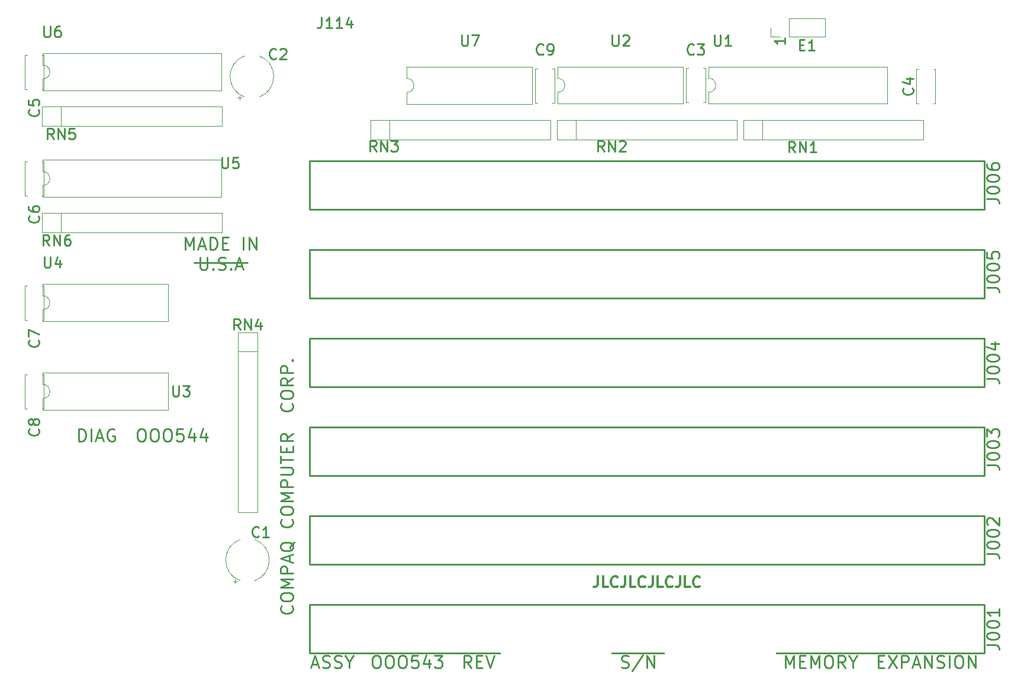
<source format=gto>
%TF.GenerationSoftware,KiCad,Pcbnew,(6.0.7)*%
%TF.CreationDate,2022-10-12T10:44:44-05:00*%
%TF.ProjectId,CompaqPortableIIImemexp,436f6d70-6171-4506-9f72-7461626c6549,rev?*%
%TF.SameCoordinates,Original*%
%TF.FileFunction,Legend,Top*%
%TF.FilePolarity,Positive*%
%FSLAX46Y46*%
G04 Gerber Fmt 4.6, Leading zero omitted, Abs format (unit mm)*
G04 Created by KiCad (PCBNEW (6.0.7)) date 2022-10-12 10:44:44*
%MOMM*%
%LPD*%
G01*
G04 APERTURE LIST*
%ADD10C,0.254000*%
%ADD11C,0.304800*%
%ADD12C,0.120000*%
%ADD13R,1.397000X1.397000*%
%ADD14C,1.397000*%
%ADD15C,0.100000*%
%ADD16C,4.000000*%
%ADD17C,1.600000*%
%ADD18R,1.600000X1.600000*%
%ADD19O,1.600000X1.600000*%
%ADD20C,2.286000*%
%ADD21C,1.524000*%
%ADD22R,1.700000X1.700000*%
%ADD23O,1.700000X1.700000*%
G04 APERTURE END LIST*
D10*
X92075000Y-90170000D02*
X99695000Y-90170000D01*
X106045000Y-110278333D02*
X106129666Y-110363000D01*
X106214333Y-110617000D01*
X106214333Y-110786333D01*
X106129666Y-111040333D01*
X105960333Y-111209666D01*
X105791000Y-111294333D01*
X105452333Y-111379000D01*
X105198333Y-111379000D01*
X104859666Y-111294333D01*
X104690333Y-111209666D01*
X104521000Y-111040333D01*
X104436333Y-110786333D01*
X104436333Y-110617000D01*
X104521000Y-110363000D01*
X104605666Y-110278333D01*
X104436333Y-109177666D02*
X104436333Y-108839000D01*
X104521000Y-108669666D01*
X104690333Y-108500333D01*
X105029000Y-108415666D01*
X105621666Y-108415666D01*
X105960333Y-108500333D01*
X106129666Y-108669666D01*
X106214333Y-108839000D01*
X106214333Y-109177666D01*
X106129666Y-109347000D01*
X105960333Y-109516333D01*
X105621666Y-109601000D01*
X105029000Y-109601000D01*
X104690333Y-109516333D01*
X104521000Y-109347000D01*
X104436333Y-109177666D01*
X106214333Y-106637666D02*
X105367666Y-107230333D01*
X106214333Y-107653666D02*
X104436333Y-107653666D01*
X104436333Y-106976333D01*
X104521000Y-106807000D01*
X104605666Y-106722333D01*
X104775000Y-106637666D01*
X105029000Y-106637666D01*
X105198333Y-106722333D01*
X105283000Y-106807000D01*
X105367666Y-106976333D01*
X105367666Y-107653666D01*
X106214333Y-105875666D02*
X104436333Y-105875666D01*
X104436333Y-105198333D01*
X104521000Y-105029000D01*
X104605666Y-104944333D01*
X104775000Y-104859666D01*
X105029000Y-104859666D01*
X105198333Y-104944333D01*
X105283000Y-105029000D01*
X105367666Y-105198333D01*
X105367666Y-105875666D01*
X106045000Y-104097666D02*
X106129666Y-104013000D01*
X106214333Y-104097666D01*
X106129666Y-104182333D01*
X106045000Y-104097666D01*
X106214333Y-104097666D01*
X84328000Y-113961333D02*
X84666666Y-113961333D01*
X84836000Y-114046000D01*
X85005333Y-114215333D01*
X85090000Y-114554000D01*
X85090000Y-115146666D01*
X85005333Y-115485333D01*
X84836000Y-115654666D01*
X84666666Y-115739333D01*
X84328000Y-115739333D01*
X84158666Y-115654666D01*
X83989333Y-115485333D01*
X83904666Y-115146666D01*
X83904666Y-114554000D01*
X83989333Y-114215333D01*
X84158666Y-114046000D01*
X84328000Y-113961333D01*
X86190666Y-113961333D02*
X86529333Y-113961333D01*
X86698666Y-114046000D01*
X86868000Y-114215333D01*
X86952666Y-114554000D01*
X86952666Y-115146666D01*
X86868000Y-115485333D01*
X86698666Y-115654666D01*
X86529333Y-115739333D01*
X86190666Y-115739333D01*
X86021333Y-115654666D01*
X85852000Y-115485333D01*
X85767333Y-115146666D01*
X85767333Y-114554000D01*
X85852000Y-114215333D01*
X86021333Y-114046000D01*
X86190666Y-113961333D01*
X88053333Y-113961333D02*
X88392000Y-113961333D01*
X88561333Y-114046000D01*
X88730666Y-114215333D01*
X88815333Y-114554000D01*
X88815333Y-115146666D01*
X88730666Y-115485333D01*
X88561333Y-115654666D01*
X88392000Y-115739333D01*
X88053333Y-115739333D01*
X87884000Y-115654666D01*
X87714666Y-115485333D01*
X87630000Y-115146666D01*
X87630000Y-114554000D01*
X87714666Y-114215333D01*
X87884000Y-114046000D01*
X88053333Y-113961333D01*
X90424000Y-113961333D02*
X89577333Y-113961333D01*
X89492666Y-114808000D01*
X89577333Y-114723333D01*
X89746666Y-114638666D01*
X90170000Y-114638666D01*
X90339333Y-114723333D01*
X90424000Y-114808000D01*
X90508666Y-114977333D01*
X90508666Y-115400666D01*
X90424000Y-115570000D01*
X90339333Y-115654666D01*
X90170000Y-115739333D01*
X89746666Y-115739333D01*
X89577333Y-115654666D01*
X89492666Y-115570000D01*
X92032666Y-114554000D02*
X92032666Y-115739333D01*
X91609333Y-113876666D02*
X91186000Y-115146666D01*
X92286666Y-115146666D01*
X93726000Y-114554000D02*
X93726000Y-115739333D01*
X93302666Y-113876666D02*
X92879333Y-115146666D01*
X93980000Y-115146666D01*
X117983000Y-146346333D02*
X118321666Y-146346333D01*
X118491000Y-146431000D01*
X118660333Y-146600333D01*
X118745000Y-146939000D01*
X118745000Y-147531666D01*
X118660333Y-147870333D01*
X118491000Y-148039666D01*
X118321666Y-148124333D01*
X117983000Y-148124333D01*
X117813666Y-148039666D01*
X117644333Y-147870333D01*
X117559666Y-147531666D01*
X117559666Y-146939000D01*
X117644333Y-146600333D01*
X117813666Y-146431000D01*
X117983000Y-146346333D01*
X119845666Y-146346333D02*
X120184333Y-146346333D01*
X120353666Y-146431000D01*
X120523000Y-146600333D01*
X120607666Y-146939000D01*
X120607666Y-147531666D01*
X120523000Y-147870333D01*
X120353666Y-148039666D01*
X120184333Y-148124333D01*
X119845666Y-148124333D01*
X119676333Y-148039666D01*
X119507000Y-147870333D01*
X119422333Y-147531666D01*
X119422333Y-146939000D01*
X119507000Y-146600333D01*
X119676333Y-146431000D01*
X119845666Y-146346333D01*
X121708333Y-146346333D02*
X122047000Y-146346333D01*
X122216333Y-146431000D01*
X122385666Y-146600333D01*
X122470333Y-146939000D01*
X122470333Y-147531666D01*
X122385666Y-147870333D01*
X122216333Y-148039666D01*
X122047000Y-148124333D01*
X121708333Y-148124333D01*
X121539000Y-148039666D01*
X121369666Y-147870333D01*
X121285000Y-147531666D01*
X121285000Y-146939000D01*
X121369666Y-146600333D01*
X121539000Y-146431000D01*
X121708333Y-146346333D01*
X124079000Y-146346333D02*
X123232333Y-146346333D01*
X123147666Y-147193000D01*
X123232333Y-147108333D01*
X123401666Y-147023666D01*
X123825000Y-147023666D01*
X123994333Y-147108333D01*
X124079000Y-147193000D01*
X124163666Y-147362333D01*
X124163666Y-147785666D01*
X124079000Y-147955000D01*
X123994333Y-148039666D01*
X123825000Y-148124333D01*
X123401666Y-148124333D01*
X123232333Y-148039666D01*
X123147666Y-147955000D01*
X125687666Y-146939000D02*
X125687666Y-148124333D01*
X125264333Y-146261666D02*
X124841000Y-147531666D01*
X125941666Y-147531666D01*
X126449666Y-146346333D02*
X127550333Y-146346333D01*
X126957666Y-147023666D01*
X127211666Y-147023666D01*
X127381000Y-147108333D01*
X127465666Y-147193000D01*
X127550333Y-147362333D01*
X127550333Y-147785666D01*
X127465666Y-147955000D01*
X127381000Y-148039666D01*
X127211666Y-148124333D01*
X126703666Y-148124333D01*
X126534333Y-148039666D01*
X126449666Y-147955000D01*
X131699000Y-148124333D02*
X131106333Y-147277666D01*
X130683000Y-148124333D02*
X130683000Y-146346333D01*
X131360333Y-146346333D01*
X131529666Y-146431000D01*
X131614333Y-146515666D01*
X131699000Y-146685000D01*
X131699000Y-146939000D01*
X131614333Y-147108333D01*
X131529666Y-147193000D01*
X131360333Y-147277666D01*
X130683000Y-147277666D01*
X132461000Y-147193000D02*
X133053666Y-147193000D01*
X133307666Y-148124333D02*
X132461000Y-148124333D01*
X132461000Y-146346333D01*
X133307666Y-146346333D01*
X133815666Y-146346333D02*
X134408333Y-148124333D01*
X135001000Y-146346333D01*
X108881333Y-147616333D02*
X109728000Y-147616333D01*
X108712000Y-148124333D02*
X109304666Y-146346333D01*
X109897333Y-148124333D01*
X110405333Y-148039666D02*
X110659333Y-148124333D01*
X111082666Y-148124333D01*
X111252000Y-148039666D01*
X111336666Y-147955000D01*
X111421333Y-147785666D01*
X111421333Y-147616333D01*
X111336666Y-147447000D01*
X111252000Y-147362333D01*
X111082666Y-147277666D01*
X110744000Y-147193000D01*
X110574666Y-147108333D01*
X110490000Y-147023666D01*
X110405333Y-146854333D01*
X110405333Y-146685000D01*
X110490000Y-146515666D01*
X110574666Y-146431000D01*
X110744000Y-146346333D01*
X111167333Y-146346333D01*
X111421333Y-146431000D01*
X112098666Y-148039666D02*
X112352666Y-148124333D01*
X112776000Y-148124333D01*
X112945333Y-148039666D01*
X113030000Y-147955000D01*
X113114666Y-147785666D01*
X113114666Y-147616333D01*
X113030000Y-147447000D01*
X112945333Y-147362333D01*
X112776000Y-147277666D01*
X112437333Y-147193000D01*
X112268000Y-147108333D01*
X112183333Y-147023666D01*
X112098666Y-146854333D01*
X112098666Y-146685000D01*
X112183333Y-146515666D01*
X112268000Y-146431000D01*
X112437333Y-146346333D01*
X112860666Y-146346333D01*
X113114666Y-146431000D01*
X114215333Y-147277666D02*
X114215333Y-148124333D01*
X113622666Y-146346333D02*
X114215333Y-147277666D01*
X114808000Y-146346333D01*
X106045000Y-126873000D02*
X106129666Y-126957666D01*
X106214333Y-127211666D01*
X106214333Y-127381000D01*
X106129666Y-127635000D01*
X105960333Y-127804333D01*
X105791000Y-127889000D01*
X105452333Y-127973666D01*
X105198333Y-127973666D01*
X104859666Y-127889000D01*
X104690333Y-127804333D01*
X104521000Y-127635000D01*
X104436333Y-127381000D01*
X104436333Y-127211666D01*
X104521000Y-126957666D01*
X104605666Y-126873000D01*
X104436333Y-125772333D02*
X104436333Y-125433666D01*
X104521000Y-125264333D01*
X104690333Y-125095000D01*
X105029000Y-125010333D01*
X105621666Y-125010333D01*
X105960333Y-125095000D01*
X106129666Y-125264333D01*
X106214333Y-125433666D01*
X106214333Y-125772333D01*
X106129666Y-125941666D01*
X105960333Y-126111000D01*
X105621666Y-126195666D01*
X105029000Y-126195666D01*
X104690333Y-126111000D01*
X104521000Y-125941666D01*
X104436333Y-125772333D01*
X106214333Y-124248333D02*
X104436333Y-124248333D01*
X105706333Y-123655666D01*
X104436333Y-123063000D01*
X106214333Y-123063000D01*
X106214333Y-122216333D02*
X104436333Y-122216333D01*
X104436333Y-121539000D01*
X104521000Y-121369666D01*
X104605666Y-121285000D01*
X104775000Y-121200333D01*
X105029000Y-121200333D01*
X105198333Y-121285000D01*
X105283000Y-121369666D01*
X105367666Y-121539000D01*
X105367666Y-122216333D01*
X104436333Y-120438333D02*
X105875666Y-120438333D01*
X106045000Y-120353666D01*
X106129666Y-120269000D01*
X106214333Y-120099666D01*
X106214333Y-119761000D01*
X106129666Y-119591666D01*
X106045000Y-119507000D01*
X105875666Y-119422333D01*
X104436333Y-119422333D01*
X104436333Y-118829666D02*
X104436333Y-117813666D01*
X106214333Y-118321666D02*
X104436333Y-118321666D01*
X105283000Y-117221000D02*
X105283000Y-116628333D01*
X106214333Y-116374333D02*
X106214333Y-117221000D01*
X104436333Y-117221000D01*
X104436333Y-116374333D01*
X106214333Y-114596333D02*
X105367666Y-115189000D01*
X106214333Y-115612333D02*
X104436333Y-115612333D01*
X104436333Y-114935000D01*
X104521000Y-114765666D01*
X104605666Y-114681000D01*
X104775000Y-114596333D01*
X105029000Y-114596333D01*
X105198333Y-114681000D01*
X105283000Y-114765666D01*
X105367666Y-114935000D01*
X105367666Y-115612333D01*
X153204333Y-148039666D02*
X153458333Y-148124333D01*
X153881666Y-148124333D01*
X154051000Y-148039666D01*
X154135666Y-147955000D01*
X154220333Y-147785666D01*
X154220333Y-147616333D01*
X154135666Y-147447000D01*
X154051000Y-147362333D01*
X153881666Y-147277666D01*
X153543000Y-147193000D01*
X153373666Y-147108333D01*
X153289000Y-147023666D01*
X153204333Y-146854333D01*
X153204333Y-146685000D01*
X153289000Y-146515666D01*
X153373666Y-146431000D01*
X153543000Y-146346333D01*
X153966333Y-146346333D01*
X154220333Y-146431000D01*
X156252333Y-146261666D02*
X154728333Y-148547666D01*
X156845000Y-148124333D02*
X156845000Y-146346333D01*
X157861000Y-148124333D01*
X157861000Y-146346333D01*
X106045000Y-139234333D02*
X106129666Y-139319000D01*
X106214333Y-139573000D01*
X106214333Y-139742333D01*
X106129666Y-139996333D01*
X105960333Y-140165666D01*
X105791000Y-140250333D01*
X105452333Y-140335000D01*
X105198333Y-140335000D01*
X104859666Y-140250333D01*
X104690333Y-140165666D01*
X104521000Y-139996333D01*
X104436333Y-139742333D01*
X104436333Y-139573000D01*
X104521000Y-139319000D01*
X104605666Y-139234333D01*
X104436333Y-138133666D02*
X104436333Y-137795000D01*
X104521000Y-137625666D01*
X104690333Y-137456333D01*
X105029000Y-137371666D01*
X105621666Y-137371666D01*
X105960333Y-137456333D01*
X106129666Y-137625666D01*
X106214333Y-137795000D01*
X106214333Y-138133666D01*
X106129666Y-138303000D01*
X105960333Y-138472333D01*
X105621666Y-138557000D01*
X105029000Y-138557000D01*
X104690333Y-138472333D01*
X104521000Y-138303000D01*
X104436333Y-138133666D01*
X106214333Y-136609666D02*
X104436333Y-136609666D01*
X105706333Y-136017000D01*
X104436333Y-135424333D01*
X106214333Y-135424333D01*
X106214333Y-134577666D02*
X104436333Y-134577666D01*
X104436333Y-133900333D01*
X104521000Y-133731000D01*
X104605666Y-133646333D01*
X104775000Y-133561666D01*
X105029000Y-133561666D01*
X105198333Y-133646333D01*
X105283000Y-133731000D01*
X105367666Y-133900333D01*
X105367666Y-134577666D01*
X105706333Y-132884333D02*
X105706333Y-132037666D01*
X106214333Y-133053666D02*
X104436333Y-132461000D01*
X106214333Y-131868333D01*
X106383666Y-130090333D02*
X106299000Y-130259666D01*
X106129666Y-130429000D01*
X105875666Y-130683000D01*
X105791000Y-130852333D01*
X105791000Y-131021666D01*
X106214333Y-130937000D02*
X106129666Y-131106333D01*
X105960333Y-131275666D01*
X105621666Y-131360333D01*
X105029000Y-131360333D01*
X104690333Y-131275666D01*
X104521000Y-131106333D01*
X104436333Y-130937000D01*
X104436333Y-130598333D01*
X104521000Y-130429000D01*
X104690333Y-130259666D01*
X105029000Y-130175000D01*
X105621666Y-130175000D01*
X105960333Y-130259666D01*
X106129666Y-130429000D01*
X106214333Y-130598333D01*
X106214333Y-130937000D01*
D11*
X149805571Y-135055428D02*
X149805571Y-136144000D01*
X149733000Y-136361714D01*
X149587857Y-136506857D01*
X149370142Y-136579428D01*
X149225000Y-136579428D01*
X151257000Y-136579428D02*
X150531285Y-136579428D01*
X150531285Y-135055428D01*
X152635857Y-136434285D02*
X152563285Y-136506857D01*
X152345571Y-136579428D01*
X152200428Y-136579428D01*
X151982714Y-136506857D01*
X151837571Y-136361714D01*
X151765000Y-136216571D01*
X151692428Y-135926285D01*
X151692428Y-135708571D01*
X151765000Y-135418285D01*
X151837571Y-135273142D01*
X151982714Y-135128000D01*
X152200428Y-135055428D01*
X152345571Y-135055428D01*
X152563285Y-135128000D01*
X152635857Y-135200571D01*
X153724428Y-135055428D02*
X153724428Y-136144000D01*
X153651857Y-136361714D01*
X153506714Y-136506857D01*
X153289000Y-136579428D01*
X153143857Y-136579428D01*
X155175857Y-136579428D02*
X154450142Y-136579428D01*
X154450142Y-135055428D01*
X156554714Y-136434285D02*
X156482142Y-136506857D01*
X156264428Y-136579428D01*
X156119285Y-136579428D01*
X155901571Y-136506857D01*
X155756428Y-136361714D01*
X155683857Y-136216571D01*
X155611285Y-135926285D01*
X155611285Y-135708571D01*
X155683857Y-135418285D01*
X155756428Y-135273142D01*
X155901571Y-135128000D01*
X156119285Y-135055428D01*
X156264428Y-135055428D01*
X156482142Y-135128000D01*
X156554714Y-135200571D01*
X157643285Y-135055428D02*
X157643285Y-136144000D01*
X157570714Y-136361714D01*
X157425571Y-136506857D01*
X157207857Y-136579428D01*
X157062714Y-136579428D01*
X159094714Y-136579428D02*
X158369000Y-136579428D01*
X158369000Y-135055428D01*
X160473571Y-136434285D02*
X160401000Y-136506857D01*
X160183285Y-136579428D01*
X160038142Y-136579428D01*
X159820428Y-136506857D01*
X159675285Y-136361714D01*
X159602714Y-136216571D01*
X159530142Y-135926285D01*
X159530142Y-135708571D01*
X159602714Y-135418285D01*
X159675285Y-135273142D01*
X159820428Y-135128000D01*
X160038142Y-135055428D01*
X160183285Y-135055428D01*
X160401000Y-135128000D01*
X160473571Y-135200571D01*
X161562142Y-135055428D02*
X161562142Y-136144000D01*
X161489571Y-136361714D01*
X161344428Y-136506857D01*
X161126714Y-136579428D01*
X160981571Y-136579428D01*
X163013571Y-136579428D02*
X162287857Y-136579428D01*
X162287857Y-135055428D01*
X164392428Y-136434285D02*
X164319857Y-136506857D01*
X164102142Y-136579428D01*
X163957000Y-136579428D01*
X163739285Y-136506857D01*
X163594142Y-136361714D01*
X163521571Y-136216571D01*
X163449000Y-135926285D01*
X163449000Y-135708571D01*
X163521571Y-135418285D01*
X163594142Y-135273142D01*
X163739285Y-135128000D01*
X163957000Y-135055428D01*
X164102142Y-135055428D01*
X164319857Y-135128000D01*
X164392428Y-135200571D01*
D10*
X189907333Y-147193000D02*
X190500000Y-147193000D01*
X190754000Y-148124333D02*
X189907333Y-148124333D01*
X189907333Y-146346333D01*
X190754000Y-146346333D01*
X191346666Y-146346333D02*
X192532000Y-148124333D01*
X192532000Y-146346333D02*
X191346666Y-148124333D01*
X193209333Y-148124333D02*
X193209333Y-146346333D01*
X193886666Y-146346333D01*
X194056000Y-146431000D01*
X194140666Y-146515666D01*
X194225333Y-146685000D01*
X194225333Y-146939000D01*
X194140666Y-147108333D01*
X194056000Y-147193000D01*
X193886666Y-147277666D01*
X193209333Y-147277666D01*
X194902666Y-147616333D02*
X195749333Y-147616333D01*
X194733333Y-148124333D02*
X195326000Y-146346333D01*
X195918666Y-148124333D01*
X196511333Y-148124333D02*
X196511333Y-146346333D01*
X197527333Y-148124333D01*
X197527333Y-146346333D01*
X198289333Y-148039666D02*
X198543333Y-148124333D01*
X198966666Y-148124333D01*
X199136000Y-148039666D01*
X199220666Y-147955000D01*
X199305333Y-147785666D01*
X199305333Y-147616333D01*
X199220666Y-147447000D01*
X199136000Y-147362333D01*
X198966666Y-147277666D01*
X198628000Y-147193000D01*
X198458666Y-147108333D01*
X198374000Y-147023666D01*
X198289333Y-146854333D01*
X198289333Y-146685000D01*
X198374000Y-146515666D01*
X198458666Y-146431000D01*
X198628000Y-146346333D01*
X199051333Y-146346333D01*
X199305333Y-146431000D01*
X200067333Y-148124333D02*
X200067333Y-146346333D01*
X201252666Y-146346333D02*
X201591333Y-146346333D01*
X201760666Y-146431000D01*
X201930000Y-146600333D01*
X202014666Y-146939000D01*
X202014666Y-147531666D01*
X201930000Y-147870333D01*
X201760666Y-148039666D01*
X201591333Y-148124333D01*
X201252666Y-148124333D01*
X201083333Y-148039666D01*
X200914000Y-147870333D01*
X200829333Y-147531666D01*
X200829333Y-146939000D01*
X200914000Y-146600333D01*
X201083333Y-146431000D01*
X201252666Y-146346333D01*
X202776666Y-148124333D02*
X202776666Y-146346333D01*
X203792666Y-148124333D01*
X203792666Y-146346333D01*
X75565000Y-115739333D02*
X75565000Y-113961333D01*
X75988333Y-113961333D01*
X76242333Y-114046000D01*
X76411666Y-114215333D01*
X76496333Y-114384666D01*
X76581000Y-114723333D01*
X76581000Y-114977333D01*
X76496333Y-115316000D01*
X76411666Y-115485333D01*
X76242333Y-115654666D01*
X75988333Y-115739333D01*
X75565000Y-115739333D01*
X77343000Y-115739333D02*
X77343000Y-113961333D01*
X78105000Y-115231333D02*
X78951666Y-115231333D01*
X77935666Y-115739333D02*
X78528333Y-113961333D01*
X79121000Y-115739333D01*
X80645000Y-114046000D02*
X80475666Y-113961333D01*
X80221666Y-113961333D01*
X79967666Y-114046000D01*
X79798333Y-114215333D01*
X79713666Y-114384666D01*
X79629000Y-114723333D01*
X79629000Y-114977333D01*
X79713666Y-115316000D01*
X79798333Y-115485333D01*
X79967666Y-115654666D01*
X80221666Y-115739333D01*
X80391000Y-115739333D01*
X80645000Y-115654666D01*
X80729666Y-115570000D01*
X80729666Y-114977333D01*
X80391000Y-114977333D01*
X176584428Y-57984571D02*
X176584428Y-58855428D01*
X176584428Y-58420000D02*
X175060428Y-58420000D01*
X175278142Y-58565142D01*
X175423285Y-58710285D01*
X175495857Y-58855428D01*
X90805000Y-88273043D02*
X90805000Y-86495043D01*
X91397666Y-87765043D01*
X91990333Y-86495043D01*
X91990333Y-88273043D01*
X92752333Y-87765043D02*
X93599000Y-87765043D01*
X92583000Y-88273043D02*
X93175666Y-86495043D01*
X93768333Y-88273043D01*
X94361000Y-88273043D02*
X94361000Y-86495043D01*
X94784333Y-86495043D01*
X95038333Y-86579710D01*
X95207666Y-86749043D01*
X95292333Y-86918376D01*
X95377000Y-87257043D01*
X95377000Y-87511043D01*
X95292333Y-87849710D01*
X95207666Y-88019043D01*
X95038333Y-88188376D01*
X94784333Y-88273043D01*
X94361000Y-88273043D01*
X96139000Y-87341710D02*
X96731666Y-87341710D01*
X96985666Y-88273043D02*
X96139000Y-88273043D01*
X96139000Y-86495043D01*
X96985666Y-86495043D01*
X99102333Y-88273043D02*
X99102333Y-86495043D01*
X99949000Y-88273043D02*
X99949000Y-86495043D01*
X100965000Y-88273043D01*
X100965000Y-86495043D01*
X92921666Y-89357623D02*
X92921666Y-90796956D01*
X93006333Y-90966290D01*
X93091000Y-91050956D01*
X93260333Y-91135623D01*
X93599000Y-91135623D01*
X93768333Y-91050956D01*
X93853000Y-90966290D01*
X93937666Y-90796956D01*
X93937666Y-89357623D01*
X94784333Y-90966290D02*
X94869000Y-91050956D01*
X94784333Y-91135623D01*
X94699666Y-91050956D01*
X94784333Y-90966290D01*
X94784333Y-91135623D01*
X95546333Y-91050956D02*
X95800333Y-91135623D01*
X96223666Y-91135623D01*
X96393000Y-91050956D01*
X96477666Y-90966290D01*
X96562333Y-90796956D01*
X96562333Y-90627623D01*
X96477666Y-90458290D01*
X96393000Y-90373623D01*
X96223666Y-90288956D01*
X95885000Y-90204290D01*
X95715666Y-90119623D01*
X95631000Y-90034956D01*
X95546333Y-89865623D01*
X95546333Y-89696290D01*
X95631000Y-89526956D01*
X95715666Y-89442290D01*
X95885000Y-89357623D01*
X96308333Y-89357623D01*
X96562333Y-89442290D01*
X97324333Y-90966290D02*
X97409000Y-91050956D01*
X97324333Y-91135623D01*
X97239666Y-91050956D01*
X97324333Y-90966290D01*
X97324333Y-91135623D01*
X98086333Y-90627623D02*
X98933000Y-90627623D01*
X97917000Y-91135623D02*
X98509666Y-89357623D01*
X99102333Y-91135623D01*
X176614666Y-148124333D02*
X176614666Y-146346333D01*
X177207333Y-147616333D01*
X177800000Y-146346333D01*
X177800000Y-148124333D01*
X178646666Y-147193000D02*
X179239333Y-147193000D01*
X179493333Y-148124333D02*
X178646666Y-148124333D01*
X178646666Y-146346333D01*
X179493333Y-146346333D01*
X180255333Y-148124333D02*
X180255333Y-146346333D01*
X180848000Y-147616333D01*
X181440666Y-146346333D01*
X181440666Y-148124333D01*
X182626000Y-146346333D02*
X182964666Y-146346333D01*
X183134000Y-146431000D01*
X183303333Y-146600333D01*
X183388000Y-146939000D01*
X183388000Y-147531666D01*
X183303333Y-147870333D01*
X183134000Y-148039666D01*
X182964666Y-148124333D01*
X182626000Y-148124333D01*
X182456666Y-148039666D01*
X182287333Y-147870333D01*
X182202666Y-147531666D01*
X182202666Y-146939000D01*
X182287333Y-146600333D01*
X182456666Y-146431000D01*
X182626000Y-146346333D01*
X185166000Y-148124333D02*
X184573333Y-147277666D01*
X184150000Y-148124333D02*
X184150000Y-146346333D01*
X184827333Y-146346333D01*
X184996666Y-146431000D01*
X185081333Y-146515666D01*
X185166000Y-146685000D01*
X185166000Y-146939000D01*
X185081333Y-147108333D01*
X184996666Y-147193000D01*
X184827333Y-147277666D01*
X184150000Y-147277666D01*
X186266666Y-147277666D02*
X186266666Y-148124333D01*
X185674000Y-146346333D02*
X186266666Y-147277666D01*
X186859333Y-146346333D01*
%TO.C,C9*%
X141986000Y-60234285D02*
X141913428Y-60306857D01*
X141695714Y-60379428D01*
X141550571Y-60379428D01*
X141332857Y-60306857D01*
X141187714Y-60161714D01*
X141115142Y-60016571D01*
X141042571Y-59726285D01*
X141042571Y-59508571D01*
X141115142Y-59218285D01*
X141187714Y-59073142D01*
X141332857Y-58928000D01*
X141550571Y-58855428D01*
X141695714Y-58855428D01*
X141913428Y-58928000D01*
X141986000Y-59000571D01*
X142711714Y-60379428D02*
X143002000Y-60379428D01*
X143147142Y-60306857D01*
X143219714Y-60234285D01*
X143364857Y-60016571D01*
X143437428Y-59726285D01*
X143437428Y-59145714D01*
X143364857Y-59000571D01*
X143292285Y-58928000D01*
X143147142Y-58855428D01*
X142856857Y-58855428D01*
X142711714Y-58928000D01*
X142639142Y-59000571D01*
X142566571Y-59145714D01*
X142566571Y-59508571D01*
X142639142Y-59653714D01*
X142711714Y-59726285D01*
X142856857Y-59798857D01*
X143147142Y-59798857D01*
X143292285Y-59726285D01*
X143364857Y-59653714D01*
X143437428Y-59508571D01*
%TO.C,U6*%
X70593857Y-56315428D02*
X70593857Y-57549142D01*
X70666428Y-57694285D01*
X70739000Y-57766857D01*
X70884142Y-57839428D01*
X71174428Y-57839428D01*
X71319571Y-57766857D01*
X71392142Y-57694285D01*
X71464714Y-57549142D01*
X71464714Y-56315428D01*
X72843571Y-56315428D02*
X72553285Y-56315428D01*
X72408142Y-56388000D01*
X72335571Y-56460571D01*
X72190428Y-56678285D01*
X72117857Y-56968571D01*
X72117857Y-57549142D01*
X72190428Y-57694285D01*
X72263000Y-57766857D01*
X72408142Y-57839428D01*
X72698428Y-57839428D01*
X72843571Y-57766857D01*
X72916142Y-57694285D01*
X72988714Y-57549142D01*
X72988714Y-57186285D01*
X72916142Y-57041142D01*
X72843571Y-56968571D01*
X72698428Y-56896000D01*
X72408142Y-56896000D01*
X72263000Y-56968571D01*
X72190428Y-57041142D01*
X72117857Y-57186285D01*
%TO.C,J114*%
X110257771Y-55045428D02*
X110257771Y-56134000D01*
X110185200Y-56351714D01*
X110040057Y-56496857D01*
X109822342Y-56569428D01*
X109677200Y-56569428D01*
X111781771Y-56569428D02*
X110910914Y-56569428D01*
X111346342Y-56569428D02*
X111346342Y-55045428D01*
X111201200Y-55263142D01*
X111056057Y-55408285D01*
X110910914Y-55480857D01*
X113233200Y-56569428D02*
X112362342Y-56569428D01*
X112797771Y-56569428D02*
X112797771Y-55045428D01*
X112652628Y-55263142D01*
X112507485Y-55408285D01*
X112362342Y-55480857D01*
X114539485Y-55553428D02*
X114539485Y-56569428D01*
X114176628Y-54972857D02*
X113813771Y-56061428D01*
X114757200Y-56061428D01*
%TO.C,C5*%
X69759285Y-68199000D02*
X69831857Y-68271571D01*
X69904428Y-68489285D01*
X69904428Y-68634428D01*
X69831857Y-68852142D01*
X69686714Y-68997285D01*
X69541571Y-69069857D01*
X69251285Y-69142428D01*
X69033571Y-69142428D01*
X68743285Y-69069857D01*
X68598142Y-68997285D01*
X68453000Y-68852142D01*
X68380428Y-68634428D01*
X68380428Y-68489285D01*
X68453000Y-68271571D01*
X68525571Y-68199000D01*
X68380428Y-66820142D02*
X68380428Y-67545857D01*
X69106142Y-67618428D01*
X69033571Y-67545857D01*
X68961000Y-67400714D01*
X68961000Y-67037857D01*
X69033571Y-66892714D01*
X69106142Y-66820142D01*
X69251285Y-66747571D01*
X69614142Y-66747571D01*
X69759285Y-66820142D01*
X69831857Y-66892714D01*
X69904428Y-67037857D01*
X69904428Y-67400714D01*
X69831857Y-67545857D01*
X69759285Y-67618428D01*
%TO.C,C3*%
X163525200Y-60234285D02*
X163452628Y-60306857D01*
X163234914Y-60379428D01*
X163089771Y-60379428D01*
X162872057Y-60306857D01*
X162726914Y-60161714D01*
X162654342Y-60016571D01*
X162581771Y-59726285D01*
X162581771Y-59508571D01*
X162654342Y-59218285D01*
X162726914Y-59073142D01*
X162872057Y-58928000D01*
X163089771Y-58855428D01*
X163234914Y-58855428D01*
X163452628Y-58928000D01*
X163525200Y-59000571D01*
X164033200Y-58855428D02*
X164976628Y-58855428D01*
X164468628Y-59436000D01*
X164686342Y-59436000D01*
X164831485Y-59508571D01*
X164904057Y-59581142D01*
X164976628Y-59726285D01*
X164976628Y-60089142D01*
X164904057Y-60234285D01*
X164831485Y-60306857D01*
X164686342Y-60379428D01*
X164250914Y-60379428D01*
X164105771Y-60306857D01*
X164033200Y-60234285D01*
%TO.C,J006*%
X205401333Y-81026000D02*
X206671333Y-81026000D01*
X206925333Y-81110666D01*
X207094666Y-81280000D01*
X207179333Y-81534000D01*
X207179333Y-81703333D01*
X205401333Y-79840666D02*
X205401333Y-79671333D01*
X205486000Y-79502000D01*
X205570666Y-79417333D01*
X205740000Y-79332666D01*
X206078666Y-79248000D01*
X206502000Y-79248000D01*
X206840666Y-79332666D01*
X207010000Y-79417333D01*
X207094666Y-79502000D01*
X207179333Y-79671333D01*
X207179333Y-79840666D01*
X207094666Y-80010000D01*
X207010000Y-80094666D01*
X206840666Y-80179333D01*
X206502000Y-80264000D01*
X206078666Y-80264000D01*
X205740000Y-80179333D01*
X205570666Y-80094666D01*
X205486000Y-80010000D01*
X205401333Y-79840666D01*
X205401333Y-78147333D02*
X205401333Y-77978000D01*
X205486000Y-77808666D01*
X205570666Y-77724000D01*
X205740000Y-77639333D01*
X206078666Y-77554666D01*
X206502000Y-77554666D01*
X206840666Y-77639333D01*
X207010000Y-77724000D01*
X207094666Y-77808666D01*
X207179333Y-77978000D01*
X207179333Y-78147333D01*
X207094666Y-78316666D01*
X207010000Y-78401333D01*
X206840666Y-78486000D01*
X206502000Y-78570666D01*
X206078666Y-78570666D01*
X205740000Y-78486000D01*
X205570666Y-78401333D01*
X205486000Y-78316666D01*
X205401333Y-78147333D01*
X205401333Y-76030666D02*
X205401333Y-76369333D01*
X205486000Y-76538666D01*
X205570666Y-76623333D01*
X205824666Y-76792666D01*
X206163333Y-76877333D01*
X206840666Y-76877333D01*
X207010000Y-76792666D01*
X207094666Y-76708000D01*
X207179333Y-76538666D01*
X207179333Y-76200000D01*
X207094666Y-76030666D01*
X207010000Y-75946000D01*
X206840666Y-75861333D01*
X206417333Y-75861333D01*
X206248000Y-75946000D01*
X206163333Y-76030666D01*
X206078666Y-76200000D01*
X206078666Y-76538666D01*
X206163333Y-76708000D01*
X206248000Y-76792666D01*
X206417333Y-76877333D01*
%TO.C,U5*%
X96039657Y-75096028D02*
X96039657Y-76329742D01*
X96112228Y-76474885D01*
X96184800Y-76547457D01*
X96329942Y-76620028D01*
X96620228Y-76620028D01*
X96765371Y-76547457D01*
X96837942Y-76474885D01*
X96910514Y-76329742D01*
X96910514Y-75096028D01*
X98361942Y-75096028D02*
X97636228Y-75096028D01*
X97563657Y-75821742D01*
X97636228Y-75749171D01*
X97781371Y-75676600D01*
X98144228Y-75676600D01*
X98289371Y-75749171D01*
X98361942Y-75821742D01*
X98434514Y-75966885D01*
X98434514Y-76329742D01*
X98361942Y-76474885D01*
X98289371Y-76547457D01*
X98144228Y-76620028D01*
X97781371Y-76620028D01*
X97636228Y-76547457D01*
X97563657Y-76474885D01*
%TO.C,C8*%
X69759285Y-113919000D02*
X69831857Y-113991571D01*
X69904428Y-114209285D01*
X69904428Y-114354428D01*
X69831857Y-114572142D01*
X69686714Y-114717285D01*
X69541571Y-114789857D01*
X69251285Y-114862428D01*
X69033571Y-114862428D01*
X68743285Y-114789857D01*
X68598142Y-114717285D01*
X68453000Y-114572142D01*
X68380428Y-114354428D01*
X68380428Y-114209285D01*
X68453000Y-113991571D01*
X68525571Y-113919000D01*
X69033571Y-113048142D02*
X68961000Y-113193285D01*
X68888428Y-113265857D01*
X68743285Y-113338428D01*
X68670714Y-113338428D01*
X68525571Y-113265857D01*
X68453000Y-113193285D01*
X68380428Y-113048142D01*
X68380428Y-112757857D01*
X68453000Y-112612714D01*
X68525571Y-112540142D01*
X68670714Y-112467571D01*
X68743285Y-112467571D01*
X68888428Y-112540142D01*
X68961000Y-112612714D01*
X69033571Y-112757857D01*
X69033571Y-113048142D01*
X69106142Y-113193285D01*
X69178714Y-113265857D01*
X69323857Y-113338428D01*
X69614142Y-113338428D01*
X69759285Y-113265857D01*
X69831857Y-113193285D01*
X69904428Y-113048142D01*
X69904428Y-112757857D01*
X69831857Y-112612714D01*
X69759285Y-112540142D01*
X69614142Y-112467571D01*
X69323857Y-112467571D01*
X69178714Y-112540142D01*
X69106142Y-112612714D01*
X69033571Y-112757857D01*
%TO.C,U4*%
X70639657Y-89335428D02*
X70639657Y-90569142D01*
X70712228Y-90714285D01*
X70784800Y-90786857D01*
X70929942Y-90859428D01*
X71220228Y-90859428D01*
X71365371Y-90786857D01*
X71437942Y-90714285D01*
X71510514Y-90569142D01*
X71510514Y-89335428D01*
X72889371Y-89843428D02*
X72889371Y-90859428D01*
X72526514Y-89262857D02*
X72163657Y-90351428D01*
X73107085Y-90351428D01*
%TO.C,J003*%
X205401333Y-119126000D02*
X206671333Y-119126000D01*
X206925333Y-119210666D01*
X207094666Y-119380000D01*
X207179333Y-119634000D01*
X207179333Y-119803333D01*
X205401333Y-117940666D02*
X205401333Y-117771333D01*
X205486000Y-117602000D01*
X205570666Y-117517333D01*
X205740000Y-117432666D01*
X206078666Y-117348000D01*
X206502000Y-117348000D01*
X206840666Y-117432666D01*
X207010000Y-117517333D01*
X207094666Y-117602000D01*
X207179333Y-117771333D01*
X207179333Y-117940666D01*
X207094666Y-118110000D01*
X207010000Y-118194666D01*
X206840666Y-118279333D01*
X206502000Y-118364000D01*
X206078666Y-118364000D01*
X205740000Y-118279333D01*
X205570666Y-118194666D01*
X205486000Y-118110000D01*
X205401333Y-117940666D01*
X205401333Y-116247333D02*
X205401333Y-116078000D01*
X205486000Y-115908666D01*
X205570666Y-115824000D01*
X205740000Y-115739333D01*
X206078666Y-115654666D01*
X206502000Y-115654666D01*
X206840666Y-115739333D01*
X207010000Y-115824000D01*
X207094666Y-115908666D01*
X207179333Y-116078000D01*
X207179333Y-116247333D01*
X207094666Y-116416666D01*
X207010000Y-116501333D01*
X206840666Y-116586000D01*
X206502000Y-116670666D01*
X206078666Y-116670666D01*
X205740000Y-116586000D01*
X205570666Y-116501333D01*
X205486000Y-116416666D01*
X205401333Y-116247333D01*
X205401333Y-115062000D02*
X205401333Y-113961333D01*
X206078666Y-114554000D01*
X206078666Y-114300000D01*
X206163333Y-114130666D01*
X206248000Y-114046000D01*
X206417333Y-113961333D01*
X206840666Y-113961333D01*
X207010000Y-114046000D01*
X207094666Y-114130666D01*
X207179333Y-114300000D01*
X207179333Y-114808000D01*
X207094666Y-114977333D01*
X207010000Y-115062000D01*
%TO.C,RN4*%
X98642714Y-99749428D02*
X98134714Y-99023714D01*
X97771857Y-99749428D02*
X97771857Y-98225428D01*
X98352428Y-98225428D01*
X98497571Y-98298000D01*
X98570142Y-98370571D01*
X98642714Y-98515714D01*
X98642714Y-98733428D01*
X98570142Y-98878571D01*
X98497571Y-98951142D01*
X98352428Y-99023714D01*
X97771857Y-99023714D01*
X99295857Y-99749428D02*
X99295857Y-98225428D01*
X100166714Y-99749428D01*
X100166714Y-98225428D01*
X101545571Y-98733428D02*
X101545571Y-99749428D01*
X101182714Y-98152857D02*
X100819857Y-99241428D01*
X101763285Y-99241428D01*
%TO.C,J002*%
X205401333Y-131826000D02*
X206671333Y-131826000D01*
X206925333Y-131910666D01*
X207094666Y-132080000D01*
X207179333Y-132334000D01*
X207179333Y-132503333D01*
X205401333Y-130640666D02*
X205401333Y-130471333D01*
X205486000Y-130302000D01*
X205570666Y-130217333D01*
X205740000Y-130132666D01*
X206078666Y-130048000D01*
X206502000Y-130048000D01*
X206840666Y-130132666D01*
X207010000Y-130217333D01*
X207094666Y-130302000D01*
X207179333Y-130471333D01*
X207179333Y-130640666D01*
X207094666Y-130810000D01*
X207010000Y-130894666D01*
X206840666Y-130979333D01*
X206502000Y-131064000D01*
X206078666Y-131064000D01*
X205740000Y-130979333D01*
X205570666Y-130894666D01*
X205486000Y-130810000D01*
X205401333Y-130640666D01*
X205401333Y-128947333D02*
X205401333Y-128778000D01*
X205486000Y-128608666D01*
X205570666Y-128524000D01*
X205740000Y-128439333D01*
X206078666Y-128354666D01*
X206502000Y-128354666D01*
X206840666Y-128439333D01*
X207010000Y-128524000D01*
X207094666Y-128608666D01*
X207179333Y-128778000D01*
X207179333Y-128947333D01*
X207094666Y-129116666D01*
X207010000Y-129201333D01*
X206840666Y-129286000D01*
X206502000Y-129370666D01*
X206078666Y-129370666D01*
X205740000Y-129286000D01*
X205570666Y-129201333D01*
X205486000Y-129116666D01*
X205401333Y-128947333D01*
X205570666Y-127677333D02*
X205486000Y-127592666D01*
X205401333Y-127423333D01*
X205401333Y-127000000D01*
X205486000Y-126830666D01*
X205570666Y-126746000D01*
X205740000Y-126661333D01*
X205909333Y-126661333D01*
X206163333Y-126746000D01*
X207179333Y-127762000D01*
X207179333Y-126661333D01*
%TO.C,U1*%
X166478857Y-57585428D02*
X166478857Y-58819142D01*
X166551428Y-58964285D01*
X166624000Y-59036857D01*
X166769142Y-59109428D01*
X167059428Y-59109428D01*
X167204571Y-59036857D01*
X167277142Y-58964285D01*
X167349714Y-58819142D01*
X167349714Y-57585428D01*
X168873714Y-59109428D02*
X168002857Y-59109428D01*
X168438285Y-59109428D02*
X168438285Y-57585428D01*
X168293142Y-57803142D01*
X168148000Y-57948285D01*
X168002857Y-58020857D01*
%TO.C,RN3*%
X118104114Y-74193393D02*
X117596114Y-73467679D01*
X117233257Y-74193393D02*
X117233257Y-72669393D01*
X117813828Y-72669393D01*
X117958971Y-72741965D01*
X118031542Y-72814536D01*
X118104114Y-72959679D01*
X118104114Y-73177393D01*
X118031542Y-73322536D01*
X117958971Y-73395107D01*
X117813828Y-73467679D01*
X117233257Y-73467679D01*
X118757257Y-74193393D02*
X118757257Y-72669393D01*
X119628114Y-74193393D01*
X119628114Y-72669393D01*
X120208685Y-72669393D02*
X121152114Y-72669393D01*
X120644114Y-73249965D01*
X120861828Y-73249965D01*
X121006971Y-73322536D01*
X121079542Y-73395107D01*
X121152114Y-73540250D01*
X121152114Y-73903107D01*
X121079542Y-74048250D01*
X121006971Y-74120822D01*
X120861828Y-74193393D01*
X120426400Y-74193393D01*
X120281257Y-74120822D01*
X120208685Y-74048250D01*
%TO.C,J005*%
X205401333Y-93726000D02*
X206671333Y-93726000D01*
X206925333Y-93810666D01*
X207094666Y-93980000D01*
X207179333Y-94234000D01*
X207179333Y-94403333D01*
X205401333Y-92540666D02*
X205401333Y-92371333D01*
X205486000Y-92202000D01*
X205570666Y-92117333D01*
X205740000Y-92032666D01*
X206078666Y-91948000D01*
X206502000Y-91948000D01*
X206840666Y-92032666D01*
X207010000Y-92117333D01*
X207094666Y-92202000D01*
X207179333Y-92371333D01*
X207179333Y-92540666D01*
X207094666Y-92710000D01*
X207010000Y-92794666D01*
X206840666Y-92879333D01*
X206502000Y-92964000D01*
X206078666Y-92964000D01*
X205740000Y-92879333D01*
X205570666Y-92794666D01*
X205486000Y-92710000D01*
X205401333Y-92540666D01*
X205401333Y-90847333D02*
X205401333Y-90678000D01*
X205486000Y-90508666D01*
X205570666Y-90424000D01*
X205740000Y-90339333D01*
X206078666Y-90254666D01*
X206502000Y-90254666D01*
X206840666Y-90339333D01*
X207010000Y-90424000D01*
X207094666Y-90508666D01*
X207179333Y-90678000D01*
X207179333Y-90847333D01*
X207094666Y-91016666D01*
X207010000Y-91101333D01*
X206840666Y-91186000D01*
X206502000Y-91270666D01*
X206078666Y-91270666D01*
X205740000Y-91186000D01*
X205570666Y-91101333D01*
X205486000Y-91016666D01*
X205401333Y-90847333D01*
X205401333Y-88646000D02*
X205401333Y-89492666D01*
X206248000Y-89577333D01*
X206163333Y-89492666D01*
X206078666Y-89323333D01*
X206078666Y-88900000D01*
X206163333Y-88730666D01*
X206248000Y-88646000D01*
X206417333Y-88561333D01*
X206840666Y-88561333D01*
X207010000Y-88646000D01*
X207094666Y-88730666D01*
X207179333Y-88900000D01*
X207179333Y-89323333D01*
X207094666Y-89492666D01*
X207010000Y-89577333D01*
%TO.C,C4*%
X194763686Y-65158120D02*
X194836258Y-65230691D01*
X194908829Y-65448405D01*
X194908829Y-65593548D01*
X194836258Y-65811262D01*
X194691115Y-65956405D01*
X194545972Y-66028977D01*
X194255686Y-66101548D01*
X194037972Y-66101548D01*
X193747686Y-66028977D01*
X193602543Y-65956405D01*
X193457401Y-65811262D01*
X193384829Y-65593548D01*
X193384829Y-65448405D01*
X193457401Y-65230691D01*
X193529972Y-65158120D01*
X193892829Y-63851834D02*
X194908829Y-63851834D01*
X193312258Y-64214691D02*
X194400829Y-64577548D01*
X194400829Y-63634120D01*
%TO.C,J001*%
X205401333Y-144843500D02*
X206671333Y-144843500D01*
X206925333Y-144928166D01*
X207094666Y-145097500D01*
X207179333Y-145351500D01*
X207179333Y-145520833D01*
X205401333Y-143658166D02*
X205401333Y-143488833D01*
X205486000Y-143319500D01*
X205570666Y-143234833D01*
X205740000Y-143150166D01*
X206078666Y-143065500D01*
X206502000Y-143065500D01*
X206840666Y-143150166D01*
X207010000Y-143234833D01*
X207094666Y-143319500D01*
X207179333Y-143488833D01*
X207179333Y-143658166D01*
X207094666Y-143827500D01*
X207010000Y-143912166D01*
X206840666Y-143996833D01*
X206502000Y-144081500D01*
X206078666Y-144081500D01*
X205740000Y-143996833D01*
X205570666Y-143912166D01*
X205486000Y-143827500D01*
X205401333Y-143658166D01*
X205401333Y-141964833D02*
X205401333Y-141795500D01*
X205486000Y-141626166D01*
X205570666Y-141541500D01*
X205740000Y-141456833D01*
X206078666Y-141372166D01*
X206502000Y-141372166D01*
X206840666Y-141456833D01*
X207010000Y-141541500D01*
X207094666Y-141626166D01*
X207179333Y-141795500D01*
X207179333Y-141964833D01*
X207094666Y-142134166D01*
X207010000Y-142218833D01*
X206840666Y-142303500D01*
X206502000Y-142388166D01*
X206078666Y-142388166D01*
X205740000Y-142303500D01*
X205570666Y-142218833D01*
X205486000Y-142134166D01*
X205401333Y-141964833D01*
X207179333Y-139678833D02*
X207179333Y-140694833D01*
X207179333Y-140186833D02*
X205401333Y-140186833D01*
X205655333Y-140356166D01*
X205824666Y-140525500D01*
X205909333Y-140694833D01*
%TO.C,C7*%
X69759285Y-101219000D02*
X69831857Y-101291571D01*
X69904428Y-101509285D01*
X69904428Y-101654428D01*
X69831857Y-101872142D01*
X69686714Y-102017285D01*
X69541571Y-102089857D01*
X69251285Y-102162428D01*
X69033571Y-102162428D01*
X68743285Y-102089857D01*
X68598142Y-102017285D01*
X68453000Y-101872142D01*
X68380428Y-101654428D01*
X68380428Y-101509285D01*
X68453000Y-101291571D01*
X68525571Y-101219000D01*
X68380428Y-100711000D02*
X68380428Y-99695000D01*
X69904428Y-100348142D01*
%TO.C,RN1*%
X178017714Y-74349428D02*
X177509714Y-73623714D01*
X177146857Y-74349428D02*
X177146857Y-72825428D01*
X177727428Y-72825428D01*
X177872571Y-72898000D01*
X177945142Y-72970571D01*
X178017714Y-73115714D01*
X178017714Y-73333428D01*
X177945142Y-73478571D01*
X177872571Y-73551142D01*
X177727428Y-73623714D01*
X177146857Y-73623714D01*
X178670857Y-74349428D02*
X178670857Y-72825428D01*
X179541714Y-74349428D01*
X179541714Y-72825428D01*
X181065714Y-74349428D02*
X180194857Y-74349428D01*
X180630285Y-74349428D02*
X180630285Y-72825428D01*
X180485142Y-73043142D01*
X180340000Y-73188285D01*
X180194857Y-73260857D01*
%TO.C,U3*%
X89008857Y-107750428D02*
X89008857Y-108984142D01*
X89081428Y-109129285D01*
X89154000Y-109201857D01*
X89299142Y-109274428D01*
X89589428Y-109274428D01*
X89734571Y-109201857D01*
X89807142Y-109129285D01*
X89879714Y-108984142D01*
X89879714Y-107750428D01*
X90460285Y-107750428D02*
X91403714Y-107750428D01*
X90895714Y-108331000D01*
X91113428Y-108331000D01*
X91258571Y-108403571D01*
X91331142Y-108476142D01*
X91403714Y-108621285D01*
X91403714Y-108984142D01*
X91331142Y-109129285D01*
X91258571Y-109201857D01*
X91113428Y-109274428D01*
X90678000Y-109274428D01*
X90532857Y-109201857D01*
X90460285Y-109129285D01*
%TO.C,J004*%
X205401333Y-106743500D02*
X206671333Y-106743500D01*
X206925333Y-106828166D01*
X207094666Y-106997500D01*
X207179333Y-107251500D01*
X207179333Y-107420833D01*
X205401333Y-105558166D02*
X205401333Y-105388833D01*
X205486000Y-105219500D01*
X205570666Y-105134833D01*
X205740000Y-105050166D01*
X206078666Y-104965500D01*
X206502000Y-104965500D01*
X206840666Y-105050166D01*
X207010000Y-105134833D01*
X207094666Y-105219500D01*
X207179333Y-105388833D01*
X207179333Y-105558166D01*
X207094666Y-105727500D01*
X207010000Y-105812166D01*
X206840666Y-105896833D01*
X206502000Y-105981500D01*
X206078666Y-105981500D01*
X205740000Y-105896833D01*
X205570666Y-105812166D01*
X205486000Y-105727500D01*
X205401333Y-105558166D01*
X205401333Y-103864833D02*
X205401333Y-103695500D01*
X205486000Y-103526166D01*
X205570666Y-103441500D01*
X205740000Y-103356833D01*
X206078666Y-103272166D01*
X206502000Y-103272166D01*
X206840666Y-103356833D01*
X207010000Y-103441500D01*
X207094666Y-103526166D01*
X207179333Y-103695500D01*
X207179333Y-103864833D01*
X207094666Y-104034166D01*
X207010000Y-104118833D01*
X206840666Y-104203500D01*
X206502000Y-104288166D01*
X206078666Y-104288166D01*
X205740000Y-104203500D01*
X205570666Y-104118833D01*
X205486000Y-104034166D01*
X205401333Y-103864833D01*
X205994000Y-101748166D02*
X207179333Y-101748166D01*
X205316666Y-102171500D02*
X206586666Y-102594833D01*
X206586666Y-101494166D01*
%TO.C,U2*%
X151873857Y-57585428D02*
X151873857Y-58819142D01*
X151946428Y-58964285D01*
X152019000Y-59036857D01*
X152164142Y-59109428D01*
X152454428Y-59109428D01*
X152599571Y-59036857D01*
X152672142Y-58964285D01*
X152744714Y-58819142D01*
X152744714Y-57585428D01*
X153397857Y-57730571D02*
X153470428Y-57658000D01*
X153615571Y-57585428D01*
X153978428Y-57585428D01*
X154123571Y-57658000D01*
X154196142Y-57730571D01*
X154268714Y-57875714D01*
X154268714Y-58020857D01*
X154196142Y-58238571D01*
X153325285Y-59109428D01*
X154268714Y-59109428D01*
%TO.C,C2*%
X103784400Y-60880085D02*
X103711828Y-60952657D01*
X103494114Y-61025228D01*
X103348971Y-61025228D01*
X103131257Y-60952657D01*
X102986114Y-60807514D01*
X102913542Y-60662371D01*
X102840971Y-60372085D01*
X102840971Y-60154371D01*
X102913542Y-59864085D01*
X102986114Y-59718942D01*
X103131257Y-59573800D01*
X103348971Y-59501228D01*
X103494114Y-59501228D01*
X103711828Y-59573800D01*
X103784400Y-59646371D01*
X104364971Y-59646371D02*
X104437542Y-59573800D01*
X104582685Y-59501228D01*
X104945542Y-59501228D01*
X105090685Y-59573800D01*
X105163257Y-59646371D01*
X105235828Y-59791514D01*
X105235828Y-59936657D01*
X105163257Y-60154371D01*
X104292400Y-61025228D01*
X105235828Y-61025228D01*
%TO.C,C1*%
X101320600Y-129271485D02*
X101248028Y-129344057D01*
X101030314Y-129416628D01*
X100885171Y-129416628D01*
X100667457Y-129344057D01*
X100522314Y-129198914D01*
X100449742Y-129053771D01*
X100377171Y-128763485D01*
X100377171Y-128545771D01*
X100449742Y-128255485D01*
X100522314Y-128110342D01*
X100667457Y-127965200D01*
X100885171Y-127892628D01*
X101030314Y-127892628D01*
X101248028Y-127965200D01*
X101320600Y-128037771D01*
X102772028Y-129416628D02*
X101901171Y-129416628D01*
X102336600Y-129416628D02*
X102336600Y-127892628D01*
X102191457Y-128110342D01*
X102046314Y-128255485D01*
X101901171Y-128328057D01*
%TO.C,U7*%
X130334657Y-57585428D02*
X130334657Y-58819142D01*
X130407228Y-58964285D01*
X130479800Y-59036857D01*
X130624942Y-59109428D01*
X130915228Y-59109428D01*
X131060371Y-59036857D01*
X131132942Y-58964285D01*
X131205514Y-58819142D01*
X131205514Y-57585428D01*
X131786085Y-57585428D02*
X132802085Y-57585428D01*
X132148942Y-59109428D01*
%TO.C,C6*%
X69759285Y-83439000D02*
X69831857Y-83511571D01*
X69904428Y-83729285D01*
X69904428Y-83874428D01*
X69831857Y-84092142D01*
X69686714Y-84237285D01*
X69541571Y-84309857D01*
X69251285Y-84382428D01*
X69033571Y-84382428D01*
X68743285Y-84309857D01*
X68598142Y-84237285D01*
X68453000Y-84092142D01*
X68380428Y-83874428D01*
X68380428Y-83729285D01*
X68453000Y-83511571D01*
X68525571Y-83439000D01*
X68380428Y-82132714D02*
X68380428Y-82423000D01*
X68453000Y-82568142D01*
X68525571Y-82640714D01*
X68743285Y-82785857D01*
X69033571Y-82858428D01*
X69614142Y-82858428D01*
X69759285Y-82785857D01*
X69831857Y-82713285D01*
X69904428Y-82568142D01*
X69904428Y-82277857D01*
X69831857Y-82132714D01*
X69759285Y-82060142D01*
X69614142Y-81987571D01*
X69251285Y-81987571D01*
X69106142Y-82060142D01*
X69033571Y-82132714D01*
X68961000Y-82277857D01*
X68961000Y-82568142D01*
X69033571Y-82713285D01*
X69106142Y-82785857D01*
X69251285Y-82858428D01*
%TO.C,RN5*%
X71972714Y-72444428D02*
X71464714Y-71718714D01*
X71101857Y-72444428D02*
X71101857Y-70920428D01*
X71682428Y-70920428D01*
X71827571Y-70993000D01*
X71900142Y-71065571D01*
X71972714Y-71210714D01*
X71972714Y-71428428D01*
X71900142Y-71573571D01*
X71827571Y-71646142D01*
X71682428Y-71718714D01*
X71101857Y-71718714D01*
X72625857Y-72444428D02*
X72625857Y-70920428D01*
X73496714Y-72444428D01*
X73496714Y-70920428D01*
X74948142Y-70920428D02*
X74222428Y-70920428D01*
X74149857Y-71646142D01*
X74222428Y-71573571D01*
X74367571Y-71501000D01*
X74730428Y-71501000D01*
X74875571Y-71573571D01*
X74948142Y-71646142D01*
X75020714Y-71791285D01*
X75020714Y-72154142D01*
X74948142Y-72299285D01*
X74875571Y-72371857D01*
X74730428Y-72444428D01*
X74367571Y-72444428D01*
X74222428Y-72371857D01*
X74149857Y-72299285D01*
%TO.C,RN6*%
X71337714Y-87684428D02*
X70829714Y-86958714D01*
X70466857Y-87684428D02*
X70466857Y-86160428D01*
X71047428Y-86160428D01*
X71192571Y-86233000D01*
X71265142Y-86305571D01*
X71337714Y-86450714D01*
X71337714Y-86668428D01*
X71265142Y-86813571D01*
X71192571Y-86886142D01*
X71047428Y-86958714D01*
X70466857Y-86958714D01*
X71990857Y-87684428D02*
X71990857Y-86160428D01*
X72861714Y-87684428D01*
X72861714Y-86160428D01*
X74240571Y-86160428D02*
X73950285Y-86160428D01*
X73805142Y-86233000D01*
X73732571Y-86305571D01*
X73587428Y-86523285D01*
X73514857Y-86813571D01*
X73514857Y-87394142D01*
X73587428Y-87539285D01*
X73660000Y-87611857D01*
X73805142Y-87684428D01*
X74095428Y-87684428D01*
X74240571Y-87611857D01*
X74313142Y-87539285D01*
X74385714Y-87394142D01*
X74385714Y-87031285D01*
X74313142Y-86886142D01*
X74240571Y-86813571D01*
X74095428Y-86741000D01*
X73805142Y-86741000D01*
X73660000Y-86813571D01*
X73587428Y-86886142D01*
X73514857Y-87031285D01*
%TO.C,E1*%
X178652714Y-58946142D02*
X179160714Y-58946142D01*
X179378428Y-59744428D02*
X178652714Y-59744428D01*
X178652714Y-58220428D01*
X179378428Y-58220428D01*
X180829857Y-59744428D02*
X179959000Y-59744428D01*
X180394428Y-59744428D02*
X180394428Y-58220428D01*
X180249285Y-58438142D01*
X180104142Y-58583285D01*
X179959000Y-58655857D01*
%TO.C,RN2*%
X150712714Y-74200588D02*
X150204714Y-73474874D01*
X149841857Y-74200588D02*
X149841857Y-72676588D01*
X150422428Y-72676588D01*
X150567571Y-72749160D01*
X150640142Y-72821731D01*
X150712714Y-72966874D01*
X150712714Y-73184588D01*
X150640142Y-73329731D01*
X150567571Y-73402302D01*
X150422428Y-73474874D01*
X149841857Y-73474874D01*
X151365857Y-74200588D02*
X151365857Y-72676588D01*
X152236714Y-74200588D01*
X152236714Y-72676588D01*
X152889857Y-72821731D02*
X152962428Y-72749160D01*
X153107571Y-72676588D01*
X153470428Y-72676588D01*
X153615571Y-72749160D01*
X153688142Y-72821731D01*
X153760714Y-72966874D01*
X153760714Y-73112017D01*
X153688142Y-73329731D01*
X152817285Y-74200588D01*
X153760714Y-74200588D01*
D12*
%TO.C,C9*%
X143610000Y-67280000D02*
X143610000Y-62340000D01*
X140870000Y-62340000D02*
X141185000Y-62340000D01*
X143295000Y-62340000D02*
X143610000Y-62340000D01*
X143295000Y-67280000D02*
X143610000Y-67280000D01*
X140870000Y-67280000D02*
X140870000Y-62340000D01*
X140870000Y-67280000D02*
X141185000Y-67280000D01*
%TO.C,U6*%
X95950000Y-60205000D02*
X70430000Y-60205000D01*
X70430000Y-65505000D02*
X95950000Y-65505000D01*
X70430000Y-60205000D02*
X70430000Y-61855000D01*
X95950000Y-65505000D02*
X95950000Y-60205000D01*
X70430000Y-63855000D02*
X70430000Y-65505000D01*
X70430000Y-63855000D02*
G75*
G03*
X70430000Y-61855000I0J1000000D01*
G01*
%TO.C,C5*%
X67845000Y-65335000D02*
X68160000Y-65335000D01*
X70270000Y-65335000D02*
X70585000Y-65335000D01*
X70585000Y-65335000D02*
X70585000Y-60395000D01*
X67845000Y-65335000D02*
X67845000Y-60395000D01*
X67845000Y-60395000D02*
X68160000Y-60395000D01*
X70270000Y-60395000D02*
X70585000Y-60395000D01*
%TO.C,C3*%
X162460000Y-67240000D02*
X162460000Y-62300000D01*
X165200000Y-67240000D02*
X165200000Y-62300000D01*
X162460000Y-62300000D02*
X162775000Y-62300000D01*
X162460000Y-67240000D02*
X162775000Y-67240000D01*
X164885000Y-62300000D02*
X165200000Y-62300000D01*
X164885000Y-67240000D02*
X165200000Y-67240000D01*
D10*
%TO.C,J006*%
X205105000Y-82550000D02*
X108585000Y-82550000D01*
X108585000Y-75565000D02*
X205105000Y-75565000D01*
X108585000Y-82550000D02*
X108585000Y-75565000D01*
X205105000Y-75565000D02*
X205105000Y-82550000D01*
D12*
%TO.C,U5*%
X70425000Y-75455000D02*
X70425000Y-77105000D01*
X95945000Y-75455000D02*
X70425000Y-75455000D01*
X70425000Y-80755000D02*
X95945000Y-80755000D01*
X70425000Y-79105000D02*
X70425000Y-80755000D01*
X95945000Y-80755000D02*
X95945000Y-75455000D01*
X70425000Y-79105000D02*
G75*
G03*
X70425000Y-77105000I0J1000000D01*
G01*
%TO.C,C8*%
X70585000Y-111095000D02*
X70585000Y-106155000D01*
X70270000Y-111095000D02*
X70585000Y-111095000D01*
X67845000Y-111095000D02*
X67845000Y-106155000D01*
X67845000Y-106155000D02*
X68160000Y-106155000D01*
X70270000Y-106155000D02*
X70585000Y-106155000D01*
X67845000Y-111095000D02*
X68160000Y-111095000D01*
%TO.C,U4*%
X70420000Y-96875000D02*
X70420000Y-98525000D01*
X70420000Y-98525000D02*
X88320000Y-98525000D01*
X88320000Y-93225000D02*
X70420000Y-93225000D01*
X88320000Y-98525000D02*
X88320000Y-93225000D01*
X70420000Y-93225000D02*
X70420000Y-94875000D01*
X70420000Y-96875000D02*
G75*
G03*
X70420000Y-94875000I0J1000000D01*
G01*
D10*
%TO.C,J003*%
X205105000Y-120650000D02*
X108585000Y-120650000D01*
X108585000Y-113665000D02*
X205105000Y-113665000D01*
X108585000Y-120650000D02*
X108585000Y-113665000D01*
X205105000Y-113665000D02*
X205105000Y-120650000D01*
D12*
%TO.C,RN4*%
X101095000Y-102870000D02*
X98295000Y-102870000D01*
X98295000Y-100160000D02*
X98295000Y-125900000D01*
X101095000Y-100160000D02*
X98295000Y-100160000D01*
X101095000Y-125900000D02*
X101095000Y-100160000D01*
X98295000Y-125900000D02*
X101095000Y-125900000D01*
D10*
%TO.C,J002*%
X108585000Y-126365000D02*
X205105000Y-126365000D01*
X205105000Y-133350000D02*
X108585000Y-133350000D01*
X205105000Y-126365000D02*
X205105000Y-133350000D01*
X108585000Y-133350000D02*
X108585000Y-126365000D01*
D12*
%TO.C,U1*%
X165680000Y-62110000D02*
X165680000Y-63760000D01*
X191200000Y-67410000D02*
X191200000Y-62110000D01*
X165680000Y-67410000D02*
X191200000Y-67410000D01*
X191200000Y-62110000D02*
X165680000Y-62110000D01*
X165680000Y-65760000D02*
X165680000Y-67410000D01*
X165680000Y-65760000D02*
G75*
G03*
X165680000Y-63760000I0J1000000D01*
G01*
%TO.C,RN3*%
X117310000Y-72520000D02*
X143050000Y-72520000D01*
X117310000Y-69720000D02*
X117310000Y-72520000D01*
X143050000Y-72520000D02*
X143050000Y-69720000D01*
X143050000Y-69720000D02*
X117310000Y-69720000D01*
X120020000Y-69720000D02*
X120020000Y-72520000D01*
D10*
%TO.C,J005*%
X108585000Y-95250000D02*
X108585000Y-88265000D01*
X108585000Y-88265000D02*
X205105000Y-88265000D01*
X205105000Y-88265000D02*
X205105000Y-95250000D01*
X205105000Y-95250000D02*
X108585000Y-95250000D01*
D12*
%TO.C,C4*%
X195349401Y-67374120D02*
X195349401Y-62434120D01*
X197774401Y-67374120D02*
X198089401Y-67374120D01*
X197774401Y-62434120D02*
X198089401Y-62434120D01*
X195349401Y-67374120D02*
X195664401Y-67374120D01*
X195349401Y-62434120D02*
X195664401Y-62434120D01*
X198089401Y-67374120D02*
X198089401Y-62434120D01*
D10*
%TO.C,J001*%
X205105000Y-139065000D02*
X205105000Y-146050000D01*
X205105000Y-146050000D02*
X108585000Y-146050000D01*
X108585000Y-139065000D02*
X205105000Y-139065000D01*
X108585000Y-146050000D02*
X108585000Y-139065000D01*
D12*
%TO.C,C7*%
X67845000Y-98355000D02*
X67845000Y-93415000D01*
X70270000Y-93415000D02*
X70585000Y-93415000D01*
X67845000Y-93415000D02*
X68160000Y-93415000D01*
X70585000Y-98355000D02*
X70585000Y-93415000D01*
X70270000Y-98355000D02*
X70585000Y-98355000D01*
X67845000Y-98355000D02*
X68160000Y-98355000D01*
%TO.C,RN1*%
X196390000Y-72520000D02*
X196390000Y-69720000D01*
X170650000Y-72520000D02*
X196390000Y-72520000D01*
X196390000Y-69720000D02*
X170650000Y-69720000D01*
X173360000Y-69720000D02*
X173360000Y-72520000D01*
X170650000Y-69720000D02*
X170650000Y-72520000D01*
%TO.C,U3*%
X88325000Y-111235000D02*
X88325000Y-105935000D01*
X88325000Y-105935000D02*
X70425000Y-105935000D01*
X70425000Y-109585000D02*
X70425000Y-111235000D01*
X70425000Y-105935000D02*
X70425000Y-107585000D01*
X70425000Y-111235000D02*
X88325000Y-111235000D01*
X70425000Y-109585000D02*
G75*
G03*
X70425000Y-107585000I0J1000000D01*
G01*
D10*
%TO.C,J004*%
X205105000Y-100965000D02*
X205105000Y-107950000D01*
X108585000Y-100965000D02*
X205105000Y-100965000D01*
X108585000Y-107950000D02*
X108585000Y-100965000D01*
X205105000Y-107950000D02*
X108585000Y-107950000D01*
D12*
%TO.C,U2*%
X144080000Y-67410000D02*
X161980000Y-67410000D01*
X161980000Y-67410000D02*
X161980000Y-62110000D01*
X161980000Y-62110000D02*
X144080000Y-62110000D01*
X144080000Y-62110000D02*
X144080000Y-63760000D01*
X144080000Y-65760000D02*
X144080000Y-67410000D01*
X144080000Y-65760000D02*
G75*
G03*
X144080000Y-63760000I0J1000000D01*
G01*
%TO.C,C2*%
X98575000Y-66839749D02*
X98575000Y-66239749D01*
X98275000Y-66539749D02*
X98875000Y-66539749D01*
X101390000Y-66434416D02*
G75*
G03*
X101390000Y-60565584I-1059999J2934416D01*
G01*
X99270000Y-60565584D02*
G75*
G03*
X99270000Y-66434416I1059999J-2934416D01*
G01*
%TO.C,C1*%
X97640000Y-135754749D02*
X98240000Y-135754749D01*
X97940000Y-136054749D02*
X97940000Y-135454749D01*
X98635000Y-129780584D02*
G75*
G03*
X98635000Y-135649416I1059999J-2934416D01*
G01*
X100755000Y-135649416D02*
G75*
G03*
X100755000Y-129780584I-1059999J2934416D01*
G01*
%TO.C,U7*%
X122495000Y-67420000D02*
X140395000Y-67420000D01*
X140395000Y-67420000D02*
X140395000Y-62120000D01*
X122495000Y-65770000D02*
X122495000Y-67420000D01*
X122495000Y-62120000D02*
X122495000Y-63770000D01*
X140395000Y-62120000D02*
X122495000Y-62120000D01*
X122495000Y-65770000D02*
G75*
G03*
X122495000Y-63770000I0J1000000D01*
G01*
%TO.C,C6*%
X70270000Y-80575000D02*
X70585000Y-80575000D01*
X67845000Y-80575000D02*
X68160000Y-80575000D01*
X67845000Y-75635000D02*
X68160000Y-75635000D01*
X70270000Y-75635000D02*
X70585000Y-75635000D01*
X70585000Y-80575000D02*
X70585000Y-75635000D01*
X67845000Y-80575000D02*
X67845000Y-75635000D01*
%TO.C,RN5*%
X70320000Y-67815000D02*
X70320000Y-70615000D01*
X70320000Y-70615000D02*
X96060000Y-70615000D01*
X96060000Y-70615000D02*
X96060000Y-67815000D01*
X96060000Y-67815000D02*
X70320000Y-67815000D01*
X73030000Y-67815000D02*
X73030000Y-70615000D01*
%TO.C,RN6*%
X70315000Y-83055000D02*
X70315000Y-85855000D01*
X73025000Y-83055000D02*
X73025000Y-85855000D01*
X70315000Y-85855000D02*
X96055000Y-85855000D01*
X96055000Y-85855000D02*
X96055000Y-83055000D01*
X96055000Y-83055000D02*
X70315000Y-83055000D01*
%TO.C,E1*%
X175895000Y-57845000D02*
X174565000Y-57845000D01*
X177165000Y-55185000D02*
X182305000Y-55185000D01*
X174565000Y-57845000D02*
X174565000Y-56515000D01*
X177165000Y-57845000D02*
X182305000Y-57845000D01*
X177165000Y-57845000D02*
X177165000Y-55185000D01*
X182305000Y-57845000D02*
X182305000Y-55185000D01*
%TO.C,RN2*%
X143980000Y-72520000D02*
X169720000Y-72520000D01*
X169720000Y-72520000D02*
X169720000Y-69720000D01*
X143980000Y-69720000D02*
X143980000Y-72520000D01*
X169720000Y-69720000D02*
X143980000Y-69720000D01*
X146690000Y-69720000D02*
X146690000Y-72520000D01*
%TD*%
D13*
%TO.C,J006*%
X120015000Y-78740000D03*
D14*
X122555000Y-78740000D03*
X125095000Y-78740000D03*
X127635000Y-78740000D03*
X130175000Y-78740000D03*
X132715000Y-78740000D03*
X135255000Y-78740000D03*
X137795000Y-78740000D03*
X140335000Y-78740000D03*
X142875000Y-78740000D03*
X145415000Y-78740000D03*
X147955000Y-78740000D03*
X150495000Y-78740000D03*
X153035000Y-78740000D03*
X155575000Y-78740000D03*
X158115000Y-78740000D03*
X160655000Y-78740000D03*
X163195000Y-78740000D03*
X165735000Y-78740000D03*
X168275000Y-78740000D03*
X170815000Y-78740000D03*
X173355000Y-78740000D03*
X175895000Y-78740000D03*
X178435000Y-78740000D03*
X180975000Y-78740000D03*
X183515000Y-78740000D03*
X186055000Y-78740000D03*
X188595000Y-78740000D03*
X191135000Y-78740000D03*
X193675000Y-78740000D03*
%TD*%
D13*
%TO.C,J003*%
X120015000Y-116840000D03*
D14*
X122555000Y-116840000D03*
X125095000Y-116840000D03*
X127635000Y-116840000D03*
X130175000Y-116840000D03*
X132715000Y-116840000D03*
X135255000Y-116840000D03*
X137795000Y-116840000D03*
X140335000Y-116840000D03*
X142875000Y-116840000D03*
X145415000Y-116840000D03*
X147955000Y-116840000D03*
X150495000Y-116840000D03*
X153035000Y-116840000D03*
X155575000Y-116840000D03*
X158115000Y-116840000D03*
X160655000Y-116840000D03*
X163195000Y-116840000D03*
X165735000Y-116840000D03*
X168275000Y-116840000D03*
X170815000Y-116840000D03*
X173355000Y-116840000D03*
X175895000Y-116840000D03*
X178435000Y-116840000D03*
X180975000Y-116840000D03*
X183515000Y-116840000D03*
X186055000Y-116840000D03*
X188595000Y-116840000D03*
X191135000Y-116840000D03*
X193675000Y-116840000D03*
%TD*%
D13*
%TO.C,J002*%
X120015000Y-129540000D03*
D14*
X122555000Y-129540000D03*
X125095000Y-129540000D03*
X127635000Y-129540000D03*
X130175000Y-129540000D03*
X132715000Y-129540000D03*
X135255000Y-129540000D03*
X137795000Y-129540000D03*
X140335000Y-129540000D03*
X142875000Y-129540000D03*
X145415000Y-129540000D03*
X147955000Y-129540000D03*
X150495000Y-129540000D03*
X153035000Y-129540000D03*
X155575000Y-129540000D03*
X158115000Y-129540000D03*
X160655000Y-129540000D03*
X163195000Y-129540000D03*
X165735000Y-129540000D03*
X168275000Y-129540000D03*
X170815000Y-129540000D03*
X173355000Y-129540000D03*
X175895000Y-129540000D03*
X178435000Y-129540000D03*
X180975000Y-129540000D03*
X183515000Y-129540000D03*
X186055000Y-129540000D03*
X188595000Y-129540000D03*
X191135000Y-129540000D03*
X193675000Y-129540000D03*
%TD*%
D13*
%TO.C,J005*%
X120015000Y-91440000D03*
D14*
X122555000Y-91440000D03*
X125095000Y-91440000D03*
X127635000Y-91440000D03*
X130175000Y-91440000D03*
X132715000Y-91440000D03*
X135255000Y-91440000D03*
X137795000Y-91440000D03*
X140335000Y-91440000D03*
X142875000Y-91440000D03*
X145415000Y-91440000D03*
X147955000Y-91440000D03*
X150495000Y-91440000D03*
X153035000Y-91440000D03*
X155575000Y-91440000D03*
X158115000Y-91440000D03*
X160655000Y-91440000D03*
X163195000Y-91440000D03*
X165735000Y-91440000D03*
X168275000Y-91440000D03*
X170815000Y-91440000D03*
X173355000Y-91440000D03*
X175895000Y-91440000D03*
X178435000Y-91440000D03*
X180975000Y-91440000D03*
X183515000Y-91440000D03*
X186055000Y-91440000D03*
X188595000Y-91440000D03*
X191135000Y-91440000D03*
X193675000Y-91440000D03*
%TD*%
D13*
%TO.C,J001*%
X120015000Y-142240000D03*
D14*
X122555000Y-142240000D03*
X125095000Y-142240000D03*
X127635000Y-142240000D03*
X130175000Y-142240000D03*
X132715000Y-142240000D03*
X135255000Y-142240000D03*
X137795000Y-142240000D03*
X140335000Y-142240000D03*
X142875000Y-142240000D03*
X145415000Y-142240000D03*
X147955000Y-142240000D03*
X150495000Y-142240000D03*
X153035000Y-142240000D03*
X155575000Y-142240000D03*
X158115000Y-142240000D03*
X160655000Y-142240000D03*
X163195000Y-142240000D03*
X165735000Y-142240000D03*
X168275000Y-142240000D03*
X170815000Y-142240000D03*
X173355000Y-142240000D03*
X175895000Y-142240000D03*
X178435000Y-142240000D03*
X180975000Y-142240000D03*
X183515000Y-142240000D03*
X186055000Y-142240000D03*
X188595000Y-142240000D03*
X191135000Y-142240000D03*
X193675000Y-142240000D03*
%TD*%
D13*
%TO.C,J004*%
X120015000Y-104140000D03*
D14*
X122555000Y-104140000D03*
X125095000Y-104140000D03*
X127635000Y-104140000D03*
X130175000Y-104140000D03*
X132715000Y-104140000D03*
X135255000Y-104140000D03*
X137795000Y-104140000D03*
X140335000Y-104140000D03*
X142875000Y-104140000D03*
X145415000Y-104140000D03*
X147955000Y-104140000D03*
X150495000Y-104140000D03*
X153035000Y-104140000D03*
X155575000Y-104140000D03*
X158115000Y-104140000D03*
X160655000Y-104140000D03*
X163195000Y-104140000D03*
X165735000Y-104140000D03*
X168275000Y-104140000D03*
X170815000Y-104140000D03*
X173355000Y-104140000D03*
X175895000Y-104140000D03*
X178435000Y-104140000D03*
X180975000Y-104140000D03*
X183515000Y-104140000D03*
X186055000Y-104140000D03*
X188595000Y-104140000D03*
X191135000Y-104140000D03*
X193675000Y-104140000D03*
%TD*%
%LPC*%
G36*
X135890000Y-143510000D02*
G01*
X151765000Y-143510000D01*
X151765000Y-148590000D01*
X135890000Y-148590000D01*
X135890000Y-143510000D01*
G37*
G36*
X159385000Y-143510000D02*
G01*
X175260000Y-143510000D01*
X175260000Y-148590000D01*
X159385000Y-148590000D01*
X159385000Y-143510000D01*
G37*
%TO.C,J114*%
G36*
X195402200Y-53975000D02*
G01*
X91262200Y-53975000D01*
X91262200Y-44450000D01*
X195402200Y-44450000D01*
X195402200Y-53975000D01*
G37*
D15*
X195402200Y-53975000D02*
X91262200Y-53975000D01*
X91262200Y-44450000D01*
X195402200Y-44450000D01*
X195402200Y-53975000D01*
%TD*%
D16*
%TO.C,H2*%
X203200000Y-64770000D03*
%TD*%
D17*
%TO.C,C9*%
X142240000Y-67310000D03*
X142240000Y-62310000D03*
%TD*%
D18*
%TO.C,U6*%
X71760000Y-66665000D03*
D19*
X74300000Y-66665000D03*
X76840000Y-66665000D03*
X79380000Y-66665000D03*
X81920000Y-66665000D03*
X84460000Y-66665000D03*
X87000000Y-66665000D03*
X89540000Y-66665000D03*
X92080000Y-66665000D03*
X94620000Y-66665000D03*
X94620000Y-59045000D03*
X92080000Y-59045000D03*
X89540000Y-59045000D03*
X87000000Y-59045000D03*
X84460000Y-59045000D03*
X81920000Y-59045000D03*
X79380000Y-59045000D03*
X76840000Y-59045000D03*
X74300000Y-59045000D03*
X71760000Y-59045000D03*
%TD*%
D17*
%TO.C,C5*%
X69215000Y-65365000D03*
X69215000Y-60365000D03*
%TD*%
D16*
%TO.C,H1*%
X99765000Y-142875000D03*
%TD*%
D17*
%TO.C,C3*%
X163830000Y-67270000D03*
X163830000Y-62270000D03*
%TD*%
D20*
%TO.C,J006*%
X203265000Y-78740000D03*
D21*
X110425000Y-78740000D03*
D13*
X120015000Y-78740000D03*
D14*
X122555000Y-78740000D03*
X125095000Y-78740000D03*
X127635000Y-78740000D03*
X130175000Y-78740000D03*
X132715000Y-78740000D03*
X135255000Y-78740000D03*
X137795000Y-78740000D03*
X140335000Y-78740000D03*
X142875000Y-78740000D03*
X145415000Y-78740000D03*
X147955000Y-78740000D03*
X150495000Y-78740000D03*
X153035000Y-78740000D03*
X155575000Y-78740000D03*
X158115000Y-78740000D03*
X160655000Y-78740000D03*
X163195000Y-78740000D03*
X165735000Y-78740000D03*
X168275000Y-78740000D03*
X170815000Y-78740000D03*
X173355000Y-78740000D03*
X175895000Y-78740000D03*
X178435000Y-78740000D03*
X180975000Y-78740000D03*
X183515000Y-78740000D03*
X186055000Y-78740000D03*
X188595000Y-78740000D03*
X191135000Y-78740000D03*
X193675000Y-78740000D03*
%TD*%
D18*
%TO.C,U5*%
X71755000Y-81915000D03*
D19*
X74295000Y-81915000D03*
X76835000Y-81915000D03*
X79375000Y-81915000D03*
X81915000Y-81915000D03*
X84455000Y-81915000D03*
X86995000Y-81915000D03*
X89535000Y-81915000D03*
X92075000Y-81915000D03*
X94615000Y-81915000D03*
X94615000Y-74295000D03*
X92075000Y-74295000D03*
X89535000Y-74295000D03*
X86995000Y-74295000D03*
X84455000Y-74295000D03*
X81915000Y-74295000D03*
X79375000Y-74295000D03*
X76835000Y-74295000D03*
X74295000Y-74295000D03*
X71755000Y-74295000D03*
%TD*%
D17*
%TO.C,C8*%
X69215000Y-111125000D03*
X69215000Y-106125000D03*
%TD*%
D18*
%TO.C,U4*%
X71750000Y-99685000D03*
D19*
X74290000Y-99685000D03*
X76830000Y-99685000D03*
X79370000Y-99685000D03*
X81910000Y-99685000D03*
X84450000Y-99685000D03*
X86990000Y-99685000D03*
X86990000Y-92065000D03*
X84450000Y-92065000D03*
X81910000Y-92065000D03*
X79370000Y-92065000D03*
X76830000Y-92065000D03*
X74290000Y-92065000D03*
X71750000Y-92065000D03*
%TD*%
D20*
%TO.C,J003*%
X203265000Y-116840000D03*
D21*
X110425000Y-116840000D03*
D13*
X120015000Y-116840000D03*
D14*
X122555000Y-116840000D03*
X125095000Y-116840000D03*
X127635000Y-116840000D03*
X130175000Y-116840000D03*
X132715000Y-116840000D03*
X135255000Y-116840000D03*
X137795000Y-116840000D03*
X140335000Y-116840000D03*
X142875000Y-116840000D03*
X145415000Y-116840000D03*
X147955000Y-116840000D03*
X150495000Y-116840000D03*
X153035000Y-116840000D03*
X155575000Y-116840000D03*
X158115000Y-116840000D03*
X160655000Y-116840000D03*
X163195000Y-116840000D03*
X165735000Y-116840000D03*
X168275000Y-116840000D03*
X170815000Y-116840000D03*
X173355000Y-116840000D03*
X175895000Y-116840000D03*
X178435000Y-116840000D03*
X180975000Y-116840000D03*
X183515000Y-116840000D03*
X186055000Y-116840000D03*
X188595000Y-116840000D03*
X191135000Y-116840000D03*
X193675000Y-116840000D03*
%TD*%
D18*
%TO.C,RN4*%
X99695000Y-101600000D03*
D19*
X99695000Y-104140000D03*
X99695000Y-106680000D03*
X99695000Y-109220000D03*
X99695000Y-111760000D03*
X99695000Y-114300000D03*
X99695000Y-116840000D03*
X99695000Y-119380000D03*
X99695000Y-121920000D03*
X99695000Y-124460000D03*
%TD*%
D21*
%TO.C,J002*%
X110425000Y-129540000D03*
D20*
X203265000Y-129540000D03*
D13*
X120015000Y-129540000D03*
D14*
X122555000Y-129540000D03*
X125095000Y-129540000D03*
X127635000Y-129540000D03*
X130175000Y-129540000D03*
X132715000Y-129540000D03*
X135255000Y-129540000D03*
X137795000Y-129540000D03*
X140335000Y-129540000D03*
X142875000Y-129540000D03*
X145415000Y-129540000D03*
X147955000Y-129540000D03*
X150495000Y-129540000D03*
X153035000Y-129540000D03*
X155575000Y-129540000D03*
X158115000Y-129540000D03*
X160655000Y-129540000D03*
X163195000Y-129540000D03*
X165735000Y-129540000D03*
X168275000Y-129540000D03*
X170815000Y-129540000D03*
X173355000Y-129540000D03*
X175895000Y-129540000D03*
X178435000Y-129540000D03*
X180975000Y-129540000D03*
X183515000Y-129540000D03*
X186055000Y-129540000D03*
X188595000Y-129540000D03*
X191135000Y-129540000D03*
X193675000Y-129540000D03*
%TD*%
D18*
%TO.C,U1*%
X167010000Y-68570000D03*
D19*
X169550000Y-68570000D03*
X172090000Y-68570000D03*
X174630000Y-68570000D03*
X177170000Y-68570000D03*
X179710000Y-68570000D03*
X182250000Y-68570000D03*
X184790000Y-68570000D03*
X187330000Y-68570000D03*
X189870000Y-68570000D03*
X189870000Y-60950000D03*
X187330000Y-60950000D03*
X184790000Y-60950000D03*
X182250000Y-60950000D03*
X179710000Y-60950000D03*
X177170000Y-60950000D03*
X174630000Y-60950000D03*
X172090000Y-60950000D03*
X169550000Y-60950000D03*
X167010000Y-60950000D03*
%TD*%
D18*
%TO.C,RN3*%
X118750000Y-71120000D03*
D19*
X121290000Y-71120000D03*
X123830000Y-71120000D03*
X126370000Y-71120000D03*
X128910000Y-71120000D03*
X131450000Y-71120000D03*
X133990000Y-71120000D03*
X136530000Y-71120000D03*
X139070000Y-71120000D03*
X141610000Y-71120000D03*
%TD*%
D20*
%TO.C,J005*%
X203265000Y-91440000D03*
D21*
X110425000Y-91440000D03*
D13*
X120015000Y-91440000D03*
D14*
X122555000Y-91440000D03*
X125095000Y-91440000D03*
X127635000Y-91440000D03*
X130175000Y-91440000D03*
X132715000Y-91440000D03*
X135255000Y-91440000D03*
X137795000Y-91440000D03*
X140335000Y-91440000D03*
X142875000Y-91440000D03*
X145415000Y-91440000D03*
X147955000Y-91440000D03*
X150495000Y-91440000D03*
X153035000Y-91440000D03*
X155575000Y-91440000D03*
X158115000Y-91440000D03*
X160655000Y-91440000D03*
X163195000Y-91440000D03*
X165735000Y-91440000D03*
X168275000Y-91440000D03*
X170815000Y-91440000D03*
X173355000Y-91440000D03*
X175895000Y-91440000D03*
X178435000Y-91440000D03*
X180975000Y-91440000D03*
X183515000Y-91440000D03*
X186055000Y-91440000D03*
X188595000Y-91440000D03*
X191135000Y-91440000D03*
X193675000Y-91440000D03*
%TD*%
D17*
%TO.C,C4*%
X196719401Y-67404120D03*
X196719401Y-62404120D03*
%TD*%
D21*
%TO.C,J001*%
X110425000Y-142240000D03*
D20*
X203265000Y-142240000D03*
D13*
X120015000Y-142240000D03*
D14*
X122555000Y-142240000D03*
X125095000Y-142240000D03*
X127635000Y-142240000D03*
X130175000Y-142240000D03*
X132715000Y-142240000D03*
X135255000Y-142240000D03*
X137795000Y-142240000D03*
X140335000Y-142240000D03*
X142875000Y-142240000D03*
X145415000Y-142240000D03*
X147955000Y-142240000D03*
X150495000Y-142240000D03*
X153035000Y-142240000D03*
X155575000Y-142240000D03*
X158115000Y-142240000D03*
X160655000Y-142240000D03*
X163195000Y-142240000D03*
X165735000Y-142240000D03*
X168275000Y-142240000D03*
X170815000Y-142240000D03*
X173355000Y-142240000D03*
X175895000Y-142240000D03*
X178435000Y-142240000D03*
X180975000Y-142240000D03*
X183515000Y-142240000D03*
X186055000Y-142240000D03*
X188595000Y-142240000D03*
X191135000Y-142240000D03*
X193675000Y-142240000D03*
%TD*%
D17*
%TO.C,C7*%
X69215000Y-98385000D03*
X69215000Y-93385000D03*
%TD*%
D18*
%TO.C,RN1*%
X172090000Y-71120000D03*
D19*
X174630000Y-71120000D03*
X177170000Y-71120000D03*
X179710000Y-71120000D03*
X182250000Y-71120000D03*
X184790000Y-71120000D03*
X187330000Y-71120000D03*
X189870000Y-71120000D03*
X192410000Y-71120000D03*
X194950000Y-71120000D03*
%TD*%
D18*
%TO.C,U3*%
X71755000Y-112395000D03*
D19*
X74295000Y-112395000D03*
X76835000Y-112395000D03*
X79375000Y-112395000D03*
X81915000Y-112395000D03*
X84455000Y-112395000D03*
X86995000Y-112395000D03*
X86995000Y-104775000D03*
X84455000Y-104775000D03*
X81915000Y-104775000D03*
X79375000Y-104775000D03*
X76835000Y-104775000D03*
X74295000Y-104775000D03*
X71755000Y-104775000D03*
%TD*%
D20*
%TO.C,J004*%
X203265000Y-104140000D03*
D21*
X110425000Y-104140000D03*
D13*
X120015000Y-104140000D03*
D14*
X122555000Y-104140000D03*
X125095000Y-104140000D03*
X127635000Y-104140000D03*
X130175000Y-104140000D03*
X132715000Y-104140000D03*
X135255000Y-104140000D03*
X137795000Y-104140000D03*
X140335000Y-104140000D03*
X142875000Y-104140000D03*
X145415000Y-104140000D03*
X147955000Y-104140000D03*
X150495000Y-104140000D03*
X153035000Y-104140000D03*
X155575000Y-104140000D03*
X158115000Y-104140000D03*
X160655000Y-104140000D03*
X163195000Y-104140000D03*
X165735000Y-104140000D03*
X168275000Y-104140000D03*
X170815000Y-104140000D03*
X173355000Y-104140000D03*
X175895000Y-104140000D03*
X178435000Y-104140000D03*
X180975000Y-104140000D03*
X183515000Y-104140000D03*
X186055000Y-104140000D03*
X188595000Y-104140000D03*
X191135000Y-104140000D03*
X193675000Y-104140000D03*
%TD*%
D18*
%TO.C,U2*%
X145410000Y-68570000D03*
D19*
X147950000Y-68570000D03*
X150490000Y-68570000D03*
X153030000Y-68570000D03*
X155570000Y-68570000D03*
X158110000Y-68570000D03*
X160650000Y-68570000D03*
X160650000Y-60950000D03*
X158110000Y-60950000D03*
X155570000Y-60950000D03*
X153030000Y-60950000D03*
X150490000Y-60950000D03*
X147950000Y-60950000D03*
X145410000Y-60950000D03*
%TD*%
D18*
%TO.C,C2*%
X100330000Y-66000000D03*
D17*
X100330000Y-61000000D03*
%TD*%
D18*
%TO.C,C1*%
X99695000Y-135215000D03*
D17*
X99695000Y-130215000D03*
%TD*%
D18*
%TO.C,U7*%
X123825000Y-68580000D03*
D19*
X126365000Y-68580000D03*
X128905000Y-68580000D03*
X131445000Y-68580000D03*
X133985000Y-68580000D03*
X136525000Y-68580000D03*
X139065000Y-68580000D03*
X139065000Y-60960000D03*
X136525000Y-60960000D03*
X133985000Y-60960000D03*
X131445000Y-60960000D03*
X128905000Y-60960000D03*
X126365000Y-60960000D03*
X123825000Y-60960000D03*
%TD*%
D17*
%TO.C,C6*%
X69215000Y-80605000D03*
X69215000Y-75605000D03*
%TD*%
D18*
%TO.C,RN5*%
X71760000Y-69215000D03*
D19*
X74300000Y-69215000D03*
X76840000Y-69215000D03*
X79380000Y-69215000D03*
X81920000Y-69215000D03*
X84460000Y-69215000D03*
X87000000Y-69215000D03*
X89540000Y-69215000D03*
X92080000Y-69215000D03*
X94620000Y-69215000D03*
%TD*%
D18*
%TO.C,RN6*%
X71755000Y-84455000D03*
D19*
X74295000Y-84455000D03*
X76835000Y-84455000D03*
X79375000Y-84455000D03*
X81915000Y-84455000D03*
X84455000Y-84455000D03*
X86995000Y-84455000D03*
X89535000Y-84455000D03*
X92075000Y-84455000D03*
X94615000Y-84455000D03*
%TD*%
D22*
%TO.C,E1*%
X175895000Y-56515000D03*
D23*
X178435000Y-56515000D03*
X180975000Y-56515000D03*
%TD*%
D18*
%TO.C,RN2*%
X145420000Y-71120000D03*
D19*
X147960000Y-71120000D03*
X150500000Y-71120000D03*
X153040000Y-71120000D03*
X155580000Y-71120000D03*
X158120000Y-71120000D03*
X160660000Y-71120000D03*
X163200000Y-71120000D03*
X165740000Y-71120000D03*
X168280000Y-71120000D03*
%TD*%
M02*

</source>
